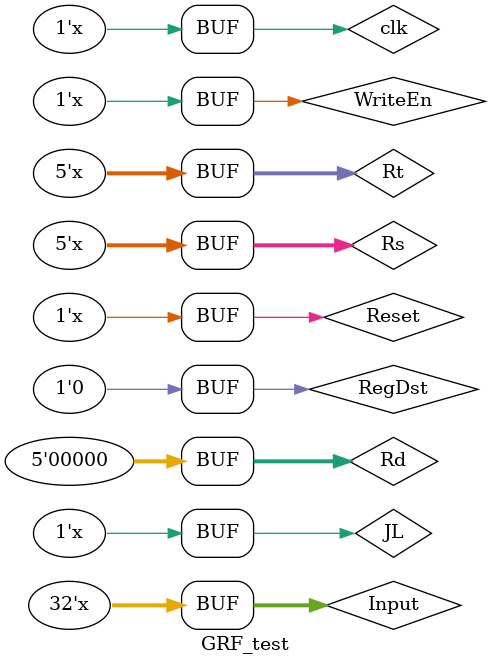
<source format=v>
`timescale 1ns / 1ps


module GRF_test;

	// Inputs
	reg [4:0] Rs;
	reg [4:0] Rt;
	reg [4:0] Rd;
	reg [31:0] Input;
	reg RegDst;
	reg WriteEn;
	reg JL;
	reg Reset;
	reg clk;

	// Outputs
	wire [31:0] RsData;
	wire [31:0] RtData;

	// Instantiate the Unit Under Test (UUT)
	GRF uut (
		.Rs(Rs), 
		.Rt(Rt), 
		.Rd(Rd), 
		.Input(Input), 
		.RegDst(RegDst), 
		.WriteEn(WriteEn), 
		.JL(JL), 
		.Reset(Reset), 
		.clk(clk), 
		.RsData(RsData), 
		.RtData(RtData)
	);

	initial begin
		// Initialize Inputs
		Rs = 0;
		Rt = 0;
		Rd = 0;
		Input = 0;
		RegDst = 0;
		WriteEn = 0;
		JL = 0;
		Reset = 0;
		clk = 0;

		// Wait 100 ns for global reset to finish
        
		// Add stimulus here

	end
	
	always #10 begin
		clk = ~clk;
		Input = Input + 1;
	end
	
	always #20 begin
		Rs = Rs + 1;
		Rt = Rt - 1;
	end
	
	always #200 begin
		JL = ~JL;
	end
	
	always #400 begin
		Reset = ~Reset;
	end
	
	always #100 begin
		WriteEn = ~WriteEn;
	end
	
      
endmodule


</source>
